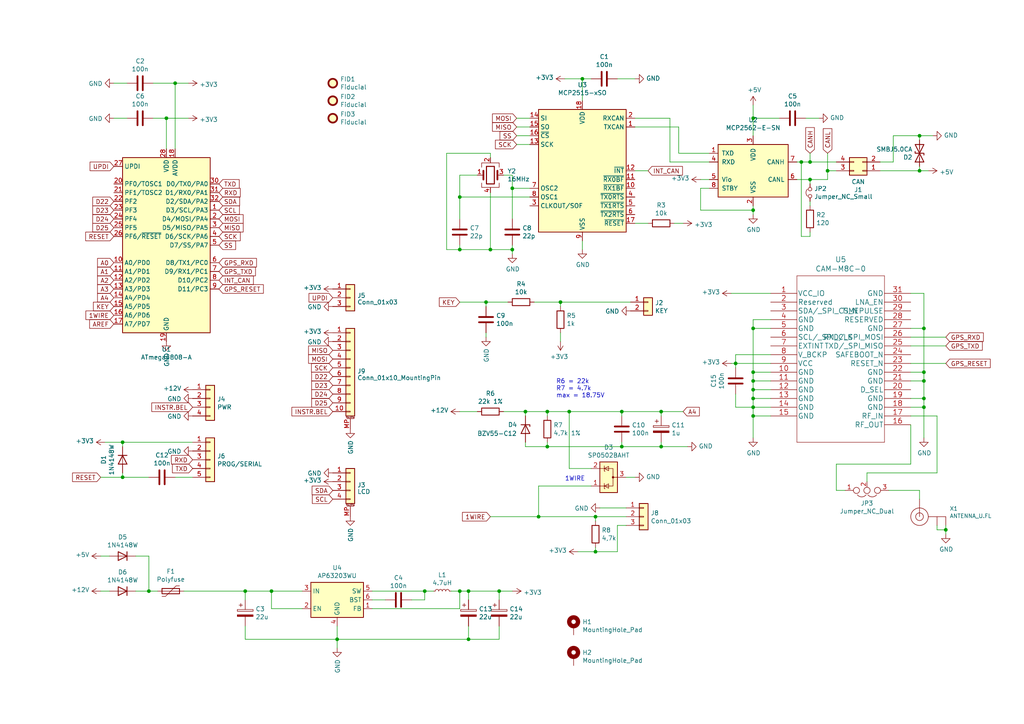
<source format=kicad_sch>
(kicad_sch (version 20230121) (generator eeschema)
  (paper "A4")
  (title_block (title "CAN Display") (date "2021-03-12") (rev "0.5.1") (company "fiz-o-matic"))
  (junction (at 191.77 119.38))
  (junction (at 218.44 34.29))
  (junction (at 165.1 119.38))
  (junction (at 97.79 185.42))
  (junction (at 218.44 60.96))
  (junction (at 144.78 171.45))
  (junction (at 267.97 107.95))
  (junction (at 158.75 129.54))
  (junction (at 191.77 129.54))
  (junction (at 168.91 22.86))
  (junction (at 148.59 72.39))
  (junction (at 274.32 153.67))
  (junction (at 234.95 52.07))
  (junction (at 123.19 171.45))
  (junction (at 135.89 185.42))
  (junction (at 218.44 115.57))
  (junction (at 267.97 118.11))
  (junction (at 218.44 95.25))
  (junction (at 135.89 171.45))
  (junction (at 133.35 72.39))
  (junction (at 43.18 171.45))
  (junction (at 162.56 87.63))
  (junction (at 35.56 128.27))
  (junction (at 71.12 171.45))
  (junction (at 267.97 95.25))
  (junction (at 218.44 107.95))
  (junction (at 152.4 119.38))
  (junction (at 267.97 110.49))
  (junction (at 156.21 149.86))
  (junction (at 142.24 72.39))
  (junction (at 48.26 34.29))
  (junction (at 133.35 171.45))
  (junction (at 78.74 171.45))
  (junction (at 213.36 105.41))
  (junction (at 172.72 160.02))
  (junction (at 266.7 39.37))
  (junction (at 50.8 24.13))
  (junction (at 180.34 119.38))
  (junction (at 158.75 119.38))
  (junction (at 133.35 57.15))
  (junction (at 232.41 46.99))
  (junction (at 180.34 129.54))
  (junction (at 218.44 113.03))
  (junction (at 172.72 149.86))
  (junction (at 148.59 54.61))
  (junction (at 234.95 46.99))
  (junction (at 240.03 49.53))
  (junction (at 218.44 110.49))
  (junction (at 218.44 120.65))
  (junction (at 267.97 115.57))
  (junction (at 140.97 87.63))
  (junction (at 218.44 118.11))
  (junction (at 35.56 138.43))
  (junction (at 266.7 49.53))
  (wire (pts (xy 196.85 44.45) (xy 205.74 44.45)))
  (wire (pts (xy 29.21 161.29) (xy 31.75 161.29)))
  (wire (pts (xy 35.56 137.16) (xy 35.56 138.43)))
  (wire (pts (xy 142.24 55.88) (xy 142.24 72.39)))
  (wire (pts (xy 148.59 50.8) (xy 148.59 54.61)))
  (wire (pts (xy 257.81 142.24) (xy 266.7 142.24)))
  (wire (pts (xy 234.95 46.99) (xy 242.57 46.99)))
  (wire (pts (xy 97.79 185.42) (xy 135.89 185.42)))
  (wire (pts (xy 133.35 176.53) (xy 133.35 171.45)))
  (wire (pts (xy 142.24 149.86) (xy 156.21 149.86)))
  (wire (pts (xy 35.56 138.43) (xy 43.18 138.43)))
  (wire (pts (xy 259.08 46.99) (xy 259.08 39.37)))
  (wire (pts (xy 267.97 110.49) (xy 267.97 115.57)))
  (wire (pts (xy 264.16 110.49) (xy 267.97 110.49)))
  (wire (pts (xy 271.78 153.67) (xy 274.32 153.67)))
  (wire (pts (xy 156.21 149.86) (xy 156.21 140.97)))
  (wire (pts (xy 163.83 22.86) (xy 168.91 22.86)))
  (wire (pts (xy 149.86 41.91) (xy 153.67 41.91)))
  (wire (pts (xy 123.19 173.99) (xy 123.19 171.45)))
  (wire (pts (xy 162.56 96.52) (xy 162.56 99.06)))
  (wire (pts (xy 264.16 118.11) (xy 267.97 118.11)))
  (wire (pts (xy 133.35 57.15) (xy 153.67 57.15)))
  (wire (pts (xy 149.86 39.37) (xy 153.67 39.37)))
  (wire (pts (xy 203.2 60.96) (xy 218.44 60.96)))
  (wire (pts (xy 259.08 39.37) (xy 266.7 39.37)))
  (wire (pts (xy 271.78 137.16) (xy 271.78 120.65)))
  (wire (pts (xy 172.72 149.86) (xy 181.61 149.86)))
  (wire (pts (xy 213.36 105.41) (xy 213.36 106.68)))
  (wire (pts (xy 172.72 151.13) (xy 172.72 149.86)))
  (wire (pts (xy 213.36 114.3) (xy 213.36 118.11)))
  (wire (pts (xy 152.4 120.65) (xy 152.4 119.38)))
  (wire (pts (xy 271.78 120.65) (xy 264.16 120.65)))
  (wire (pts (xy 154.94 87.63) (xy 162.56 87.63)))
  (wire (pts (xy 144.78 185.42) (xy 144.78 181.61)))
  (wire (pts (xy 133.35 119.38) (xy 138.43 119.38)))
  (wire (pts (xy 242.57 134.62) (xy 242.57 142.24)))
  (wire (pts (xy 165.1 135.89) (xy 171.45 135.89)))
  (wire (pts (xy 266.7 40.64) (xy 266.7 39.37)))
  (wire (pts (xy 195.58 64.77) (xy 198.12 64.77)))
  (wire (pts (xy 30.48 128.27) (xy 35.56 128.27)))
  (wire (pts (xy 44.45 24.13) (xy 50.8 24.13)))
  (wire (pts (xy 142.24 44.45) (xy 129.54 44.45)))
  (wire (pts (xy 213.36 105.41) (xy 212.09 105.41)))
  (wire (pts (xy 218.44 92.71) (xy 218.44 95.25)))
  (wire (pts (xy 264.16 123.19) (xy 264.16 134.62)))
  (wire (pts (xy 158.75 120.65) (xy 158.75 119.38)))
  (wire (pts (xy 71.12 171.45) (xy 78.74 171.45)))
  (wire (pts (xy 148.59 54.61) (xy 153.67 54.61)))
  (wire (pts (xy 269.24 49.53) (xy 266.7 49.53)))
  (wire (pts (xy 39.37 171.45) (xy 43.18 171.45)))
  (wire (pts (xy 148.59 63.5) (xy 148.59 54.61)))
  (wire (pts (xy 267.97 118.11) (xy 267.97 127)))
  (wire (pts (xy 264.16 115.57) (xy 267.97 115.57)))
  (wire (pts (xy 203.2 52.07) (xy 205.74 52.07)))
  (wire (pts (xy 223.52 120.65) (xy 218.44 120.65)))
  (wire (pts (xy 233.68 34.29) (xy 237.49 34.29)))
  (wire (pts (xy 213.36 102.87) (xy 223.52 102.87)))
  (wire (pts (xy 218.44 107.95) (xy 218.44 110.49)))
  (wire (pts (xy 191.77 119.38) (xy 198.12 119.38)))
  (wire (pts (xy 50.8 24.13) (xy 50.8 43.18)))
  (wire (pts (xy 274.32 152.4) (xy 274.32 153.67)))
  (wire (pts (xy 218.44 120.65) (xy 218.44 127)))
  (wire (pts (xy 33.02 24.13) (xy 36.83 24.13)))
  (wire (pts (xy 78.74 176.53) (xy 78.74 171.45)))
  (wire (pts (xy 50.8 138.43) (xy 55.88 138.43)))
  (wire (pts (xy 156.21 149.86) (xy 172.72 149.86)))
  (wire (pts (xy 234.95 68.58) (xy 234.95 67.31)))
  (wire (pts (xy 172.72 158.75) (xy 172.72 160.02)))
  (wire (pts (xy 146.05 50.8) (xy 148.59 50.8)))
  (wire (pts (xy 148.59 72.39) (xy 148.59 73.66)))
  (wire (pts (xy 184.15 49.53) (xy 187.96 49.53)))
  (wire (pts (xy 194.31 46.99) (xy 205.74 46.99)))
  (wire (pts (xy 172.72 160.02) (xy 179.07 160.02)))
  (wire (pts (xy 203.2 54.61) (xy 203.2 60.96)))
  (wire (pts (xy 71.12 171.45) (xy 71.12 173.99)))
  (wire (pts (xy 129.54 72.39) (xy 133.35 72.39)))
  (wire (pts (xy 223.52 105.41) (xy 213.36 105.41)))
  (wire (pts (xy 133.35 63.5) (xy 133.35 57.15)))
  (wire (pts (xy 167.64 160.02) (xy 172.72 160.02)))
  (wire (pts (xy 223.52 118.11) (xy 218.44 118.11)))
  (wire (pts (xy 232.41 46.99) (xy 234.95 46.99)))
  (wire (pts (xy 218.44 113.03) (xy 218.44 115.57)))
  (wire (pts (xy 251.46 139.7) (xy 251.46 137.16)))
  (wire (pts (xy 264.16 95.25) (xy 267.97 95.25)))
  (wire (pts (xy 194.31 34.29) (xy 194.31 46.99)))
  (wire (pts (xy 133.35 171.45) (xy 130.81 171.45)))
  (wire (pts (xy 264.16 134.62) (xy 242.57 134.62)))
  (wire (pts (xy 35.56 128.27) (xy 55.88 128.27)))
  (wire (pts (xy 168.91 69.85) (xy 168.91 72.39)))
  (wire (pts (xy 184.15 64.77) (xy 187.96 64.77)))
  (wire (pts (xy 149.86 36.83) (xy 153.67 36.83)))
  (wire (pts (xy 133.35 171.45) (xy 135.89 171.45)))
  (wire (pts (xy 232.41 46.99) (xy 232.41 68.58)))
  (wire (pts (xy 218.44 95.25) (xy 218.44 107.95)))
  (wire (pts (xy 240.03 52.07) (xy 240.03 49.53)))
  (wire (pts (xy 180.34 128.27) (xy 180.34 129.54)))
  (wire (pts (xy 152.4 128.27) (xy 152.4 129.54)))
  (wire (pts (xy 242.57 142.24) (xy 245.11 142.24)))
  (wire (pts (xy 158.75 128.27) (xy 158.75 129.54)))
  (wire (pts (xy 48.26 34.29) (xy 54.61 34.29)))
  (wire (pts (xy 97.79 185.42) (xy 97.79 187.96)))
  (wire (pts (xy 44.45 34.29) (xy 48.26 34.29)))
  (wire (pts (xy 234.95 59.69) (xy 234.95 58.42)))
  (wire (pts (xy 158.75 129.54) (xy 180.34 129.54)))
  (wire (pts (xy 180.34 120.65) (xy 180.34 119.38)))
  (wire (pts (xy 179.07 22.86) (xy 184.15 22.86)))
  (wire (pts (xy 180.34 119.38) (xy 191.77 119.38)))
  (wire (pts (xy 39.37 161.29) (xy 43.18 161.29)))
  (wire (pts (xy 223.52 115.57) (xy 218.44 115.57)))
  (wire (pts (xy 162.56 88.9) (xy 162.56 87.63)))
  (wire (pts (xy 135.89 181.61) (xy 135.89 185.42)))
  (wire (pts (xy 191.77 120.65) (xy 191.77 119.38)))
  (wire (pts (xy 140.97 88.9) (xy 140.97 87.63)))
  (wire (pts (xy 152.4 129.54) (xy 158.75 129.54)))
  (wire (pts (xy 173.99 147.32) (xy 181.61 147.32)))
  (wire (pts (xy 168.91 29.21) (xy 168.91 22.86)))
  (wire (pts (xy 158.75 119.38) (xy 165.1 119.38)))
  (wire (pts (xy 266.7 39.37) (xy 270.51 39.37)))
  (wire (pts (xy 212.09 85.09) (xy 223.52 85.09)))
  (wire (pts (xy 266.7 48.26) (xy 266.7 49.53)))
  (wire (pts (xy 266.7 142.24) (xy 266.7 144.78)))
  (wire (pts (xy 142.24 72.39) (xy 148.59 72.39)))
  (wire (pts (xy 205.74 54.61) (xy 203.2 54.61)))
  (wire (pts (xy 234.95 52.07) (xy 240.03 52.07)))
  (wire (pts (xy 171.45 22.86) (xy 168.91 22.86)))
  (wire (pts (xy 223.52 113.03) (xy 218.44 113.03)))
  (wire (pts (xy 107.95 173.99) (xy 111.76 173.99)))
  (wire (pts (xy 240.03 44.45) (xy 240.03 49.53)))
  (wire (pts (xy 218.44 30.48) (xy 218.44 34.29)))
  (wire (pts (xy 53.34 171.45) (xy 71.12 171.45)))
  (wire (pts (xy 231.14 52.07) (xy 234.95 52.07)))
  (wire (pts (xy 196.85 36.83) (xy 196.85 44.45)))
  (wire (pts (xy 107.95 176.53) (xy 133.35 176.53)))
  (wire (pts (xy 162.56 87.63) (xy 182.88 87.63)))
  (wire (pts (xy 33.02 34.29) (xy 36.83 34.29)))
  (wire (pts (xy 152.4 119.38) (xy 158.75 119.38)))
  (wire (pts (xy 264.16 85.09) (xy 267.97 85.09)))
  (wire (pts (xy 135.89 171.45) (xy 144.78 171.45)))
  (wire (pts (xy 78.74 171.45) (xy 87.63 171.45)))
  (wire (pts (xy 29.21 138.43) (xy 35.56 138.43)))
  (wire (pts (xy 223.52 107.95) (xy 218.44 107.95)))
  (wire (pts (xy 133.35 87.63) (xy 140.97 87.63)))
  (wire (pts (xy 267.97 107.95) (xy 267.97 110.49)))
  (wire (pts (xy 213.36 118.11) (xy 218.44 118.11)))
  (wire (pts (xy 43.18 171.45) (xy 45.72 171.45)))
  (wire (pts (xy 218.44 60.96) (xy 218.44 62.23)))
  (wire (pts (xy 180.34 129.54) (xy 191.77 129.54)))
  (wire (pts (xy 274.32 100.33) (xy 264.16 100.33)))
  (wire (pts (xy 218.44 110.49) (xy 218.44 113.03)))
  (wire (pts (xy 232.41 68.58) (xy 234.95 68.58)))
  (wire (pts (xy 184.15 36.83) (xy 196.85 36.83)))
  (wire (pts (xy 129.54 44.45) (xy 129.54 72.39)))
  (wire (pts (xy 267.97 85.09) (xy 267.97 95.25)))
  (wire (pts (xy 142.24 45.72) (xy 142.24 44.45)))
  (wire (pts (xy 123.19 171.45) (xy 125.73 171.45)))
  (wire (pts (xy 71.12 181.61) (xy 71.12 185.42)))
  (wire (pts (xy 181.61 138.43) (xy 184.15 138.43)))
  (wire (pts (xy 107.95 171.45) (xy 123.19 171.45)))
  (wire (pts (xy 255.27 46.99) (xy 259.08 46.99)))
  (wire (pts (xy 35.56 129.54) (xy 35.56 128.27)))
  (wire (pts (xy 271.78 152.4) (xy 271.78 153.67)))
  (wire (pts (xy 213.36 105.41) (xy 213.36 102.87)))
  (wire (pts (xy 87.63 176.53) (xy 78.74 176.53)))
  (wire (pts (xy 267.97 115.57) (xy 267.97 118.11)))
  (wire (pts (xy 234.95 44.45) (xy 234.95 46.99)))
  (wire (pts (xy 119.38 173.99) (xy 123.19 173.99)))
  (wire (pts (xy 165.1 119.38) (xy 180.34 119.38)))
  (wire (pts (xy 144.78 171.45) (xy 148.59 171.45)))
  (wire (pts (xy 140.97 87.63) (xy 147.32 87.63)))
  (wire (pts (xy 240.03 49.53) (xy 242.57 49.53)))
  (wire (pts (xy 140.97 96.52) (xy 140.97 97.79)))
  (wire (pts (xy 191.77 129.54) (xy 199.39 129.54)))
  (wire (pts (xy 179.07 160.02) (xy 179.07 152.4)))
  (wire (pts (xy 146.05 119.38) (xy 152.4 119.38)))
  (wire (pts (xy 274.32 97.79) (xy 264.16 97.79)))
  (wire (pts (xy 251.46 137.16) (xy 271.78 137.16)))
  (wire (pts (xy 71.12 185.42) (xy 97.79 185.42)))
  (wire (pts (xy 156.21 140.97) (xy 171.45 140.97)))
  (wire (pts (xy 218.44 118.11) (xy 218.44 120.65)))
  (wire (pts (xy 264.16 107.95) (xy 267.97 107.95)))
  (wire (pts (xy 223.52 110.49) (xy 218.44 110.49)))
  (wire (pts (xy 48.26 34.29) (xy 48.26 43.18)))
  (wire (pts (xy 138.43 50.8) (xy 133.35 50.8)))
  (wire (pts (xy 135.89 171.45) (xy 135.89 173.99)))
  (wire (pts (xy 274.32 153.67) (xy 274.32 154.94)))
  (wire (pts (xy 133.35 50.8) (xy 133.35 57.15)))
  (wire (pts (xy 274.32 105.41) (xy 264.16 105.41)))
  (wire (pts (xy 144.78 171.45) (xy 144.78 173.99)))
  (wire (pts (xy 223.52 95.25) (xy 218.44 95.25)))
  (wire (pts (xy 149.86 34.29) (xy 153.67 34.29)))
  (wire (pts (xy 191.77 128.27) (xy 191.77 129.54)))
  (wire (pts (xy 255.27 49.53) (xy 266.7 49.53)))
  (wire (pts (xy 218.44 59.69) (xy 218.44 60.96)))
  (wire (pts (xy 218.44 115.57) (xy 218.44 118.11)))
  (wire (pts (xy 97.79 181.61) (xy 97.79 185.42)))
  (wire (pts (xy 231.14 46.99) (xy 232.41 46.99)))
  (wire (pts (xy 43.18 161.29) (xy 43.18 171.45)))
  (wire (pts (xy 148.59 71.12) (xy 148.59 72.39)))
  (wire (pts (xy 223.52 92.71) (xy 218.44 92.71)))
  (wire (pts (xy 135.89 185.42) (xy 144.78 185.42)))
  (wire (pts (xy 165.1 119.38) (xy 165.1 135.89)))
  (wire (pts (xy 234.95 53.34) (xy 234.95 52.07)))
  (wire (pts (xy 50.8 24.13) (xy 54.61 24.13)))
  (wire (pts (xy 218.44 34.29) (xy 218.44 39.37)))
  (wire (pts (xy 133.35 72.39) (xy 142.24 72.39)))
  (wire (pts (xy 133.35 71.12) (xy 133.35 72.39)))
  (wire (pts (xy 29.21 171.45) (xy 31.75 171.45)))
  (wire (pts (xy 267.97 95.25) (xy 267.97 107.95)))
  (wire (pts (xy 226.06 34.29) (xy 218.44 34.29)))
  (wire (pts (xy 179.07 152.4) (xy 181.61 152.4)))
  (wire (pts (xy 184.15 34.29) (xy 194.31 34.29)))
  (text "1WIRE" (at 163.83 139.7 0) (effects (font (size 1.27 1.27)) (justify left bottom)))
  (text "R6 = 22k\nR7 = 4.7k\nmax = 18.75V" (at 161.29 115.57 0) (effects (font (size 1.27 1.27)) (justify left bottom)))
  (global_label "1WIRE" (shape input) (at 142.24 149.86 180) (property "Intersheetrefs" "${INTERSHEET_REFS}" (effects hide)))
  (global_label "MISO" (shape input) (at 149.86 36.83 180) (property "Intersheetrefs" "${INTERSHEET_REFS}" (effects hide)))
  (global_label "MISO" (shape input) (at 96.52 101.6 180) (property "Intersheetrefs" "${INTERSHEET_REFS}" (effects hide)))
  (global_label "RXD" (shape input) (at 63.5 55.88 0) (property "Intersheetrefs" "${INTERSHEET_REFS}" (effects hide)))
  (global_label "UPDI" (shape input) (at 33.02 48.26 180) (property "Intersheetrefs" "${INTERSHEET_REFS}" (effects hide)))
  (global_label "KEY" (shape input) (at 133.35 87.63 180) (property "Intersheetrefs" "${INTERSHEET_REFS}" (effects hide)))
  (global_label "INT_CAN" (shape input) (at 63.5 81.28 0) (property "Intersheetrefs" "${INTERSHEET_REFS}" (effects hide)))
  (global_label "TXD" (shape input) (at 55.88 135.89 180) (property "Intersheetrefs" "${INTERSHEET_REFS}" (effects hide)))
  (global_label "RESET" (shape input) (at 33.02 68.58 180) (property "Intersheetrefs" "${INTERSHEET_REFS}" (effects hide)))
  (global_label "INSTR.BEL" (shape input) (at 96.52 119.38 180) (property "Intersheetrefs" "${INTERSHEET_REFS}" (effects hide)))
  (global_label "A4" (shape input) (at 198.12 119.38 0) (property "Intersheetrefs" "${INTERSHEET_REFS}" (effects hide)))
  (global_label "AREF" (shape input) (at 33.02 93.98 180) (property "Intersheetrefs" "${INTERSHEET_REFS}" (effects hide)))
  (global_label "D23" (shape input) (at 96.52 111.76 180) (property "Intersheetrefs" "${INTERSHEET_REFS}" (effects hide)))
  (global_label "SS" (shape input) (at 149.86 39.37 180) (property "Intersheetrefs" "${INTERSHEET_REFS}" (effects hide)))
  (global_label "MOSI" (shape input) (at 96.52 104.14 180) (property "Intersheetrefs" "${INTERSHEET_REFS}" (effects hide)))
  (global_label "D25" (shape input) (at 96.52 116.84 180) (property "Intersheetrefs" "${INTERSHEET_REFS}" (effects hide)))
  (global_label "A0" (shape input) (at 33.02 76.2 180) (property "Intersheetrefs" "${INTERSHEET_REFS}" (effects hide)))
  (global_label "MISO" (shape input) (at 63.5 66.04 0) (property "Intersheetrefs" "${INTERSHEET_REFS}" (effects hide)))
  (global_label "SCL" (shape input) (at 96.52 144.78 180) (property "Intersheetrefs" "${INTERSHEET_REFS}" (effects hide)))
  (global_label "A4" (shape input) (at 33.02 86.36 180) (property "Intersheetrefs" "${INTERSHEET_REFS}" (effects hide)))
  (global_label "D24" (shape input) (at 33.02 63.5 180) (property "Intersheetrefs" "${INTERSHEET_REFS}" (effects hide)))
  (global_label "D24" (shape input) (at 96.52 114.3 180) (property "Intersheetrefs" "${INTERSHEET_REFS}" (effects hide)))
  (global_label "SDA" (shape input) (at 63.5 58.42 0) (property "Intersheetrefs" "${INTERSHEET_REFS}" (effects hide)))
  (global_label "INT_CAN" (shape input) (at 187.96 49.53 0) (property "Intersheetrefs" "${INTERSHEET_REFS}" (effects hide)))
  (global_label "1WIRE" (shape input) (at 33.02 91.44 180) (property "Intersheetrefs" "${INTERSHEET_REFS}" (effects hide)))
  (global_label "SCL" (shape input) (at 63.5 60.96 0) (property "Intersheetrefs" "${INTERSHEET_REFS}" (effects hide)))
  (global_label "A3" (shape input) (at 33.02 83.82 180) (property "Intersheetrefs" "${INTERSHEET_REFS}" (effects hide)))
  (global_label "MOSI" (shape input) (at 149.86 34.29 180) (property "Intersheetrefs" "${INTERSHEET_REFS}" (effects hide)))
  (global_label "SCK" (shape input) (at 63.5 68.58 0) (property "Intersheetrefs" "${INTERSHEET_REFS}" (effects hide)))
  (global_label "SS" (shape input) (at 63.5 71.12 0) (property "Intersheetrefs" "${INTERSHEET_REFS}" (effects hide)))
  (global_label "UPDI" (shape input) (at 96.52 86.36 180) (property "Intersheetrefs" "${INTERSHEET_REFS}" (effects hide)))
  (global_label "SCK" (shape input) (at 149.86 41.91 180) (property "Intersheetrefs" "${INTERSHEET_REFS}" (effects hide)))
  (global_label "GPS_RXD" (shape input) (at 63.5 76.2 0) (property "Intersheetrefs" "${INTERSHEET_REFS}" (effects hide)))
  (global_label "D22" (shape input) (at 33.02 58.42 180) (property "Intersheetrefs" "${INTERSHEET_REFS}" (effects hide)))
  (global_label "CANL" (shape input) (at 240.03 44.45 90) (property "Intersheetrefs" "${INTERSHEET_REFS}" (effects hide)))
  (global_label "D22" (shape input) (at 96.52 109.22 180) (property "Intersheetrefs" "${INTERSHEET_REFS}" (effects hide)))
  (global_label "GPS_RESET" (shape input) (at 274.32 105.41 0) (property "Intersheetrefs" "${INTERSHEET_REFS}" (effects hide)))
  (global_label "RESET" (shape input) (at 29.21 138.43 180) (property "Intersheetrefs" "${INTERSHEET_REFS}" (effects hide)))
  (global_label "GPS_RESET" (shape input) (at 63.5 83.82 0) (property "Intersheetrefs" "${INTERSHEET_REFS}" (effects hide)))
  (global_label "TXD" (shape input) (at 63.5 53.34 0) (property "Intersheetrefs" "${INTERSHEET_REFS}" (effects hide)))
  (global_label "GPS_TXD" (shape input) (at 274.32 100.33 0) (property "Intersheetrefs" "${INTERSHEET_REFS}" (effects hide)))
  (global_label "SCK" (shape input) (at 96.52 106.68 180) (property "Intersheetrefs" "${INTERSHEET_REFS}" (effects hide)))
  (global_label "A1" (shape input) (at 33.02 78.74 180) (property "Intersheetrefs" "${INTERSHEET_REFS}" (effects hide)))
  (global_label "GPS_TXD" (shape input) (at 63.5 78.74 0) (property "Intersheetrefs" "${INTERSHEET_REFS}" (effects hide)))
  (global_label "CANH" (shape input) (at 234.95 44.45 90) (property "Intersheetrefs" "${INTERSHEET_REFS}" (effects hide)))
  (global_label "D23" (shape input) (at 33.02 60.96 180) (property "Intersheetrefs" "${INTERSHEET_REFS}" (effects hide)))
  (global_label "KEY" (shape input) (at 33.02 88.9 180) (property "Intersheetrefs" "${INTERSHEET_REFS}" (effects hide)))
  (global_label "RXD" (shape input) (at 55.88 133.35 180) (property "Intersheetrefs" "${INTERSHEET_REFS}" (effects hide)))
  (global_label "GPS_RXD" (shape input) (at 274.32 97.79 0) (property "Intersheetrefs" "${INTERSHEET_REFS}" (effects hide)))
  (global_label "D25" (shape input) (at 33.02 66.04 180) (property "Intersheetrefs" "${INTERSHEET_REFS}" (effects hide)))
  (global_label "MOSI" (shape input) (at 63.5 63.5 0) (property "Intersheetrefs" "${INTERSHEET_REFS}" (effects hide)))
  (global_label "A2" (shape input) (at 33.02 81.28 180) (property "Intersheetrefs" "${INTERSHEET_REFS}" (effects hide)))
  (global_label "INSTR.BEL" (shape input) (at 55.88 118.11 180) (property "Intersheetrefs" "${INTERSHEET_REFS}" (effects hide)))
  (global_label "SDA" (shape input) (at 96.52 142.24 180) (property "Intersheetrefs" "${INTERSHEET_REFS}" (effects hide)))
  (symbol (lib_id "Device:C") (at 148.59 67.31 0) (unit 1)
    (property "Reference" "C8" (at 151.511 66.1416 0) (effects (justify left)))
    (property "Value" "22p" (at 151.511 68.453 0) (effects (justify left)))
    (property "Footprint" "Capacitor_SMD:C_0805_2012Metric_Pad1.18x1.45mm_HandSolder" (effects hide))
  )
  (symbol (lib_id "Device:C") (at 133.35 67.31 0) (unit 1)
    (property "Reference" "C7" (at 136.271 66.1416 0) (effects (justify left)))
    (property "Value" "22p" (at 136.271 68.453 0) (effects (justify left)))
    (property "Footprint" "Capacitor_SMD:C_0805_2012Metric_Pad1.18x1.45mm_HandSolder" (effects hide))
  )
  (symbol (lib_id "power:+5V") (at 218.44 30.48 0) (unit 1)
    (property "Reference" "#PWR09" (effects hide))
    (property "Value" "+5V" (at 218.821 26.0858 0))
  )
  (symbol (lib_id "power:GND") (at 218.44 62.23 0) (unit 1)
    (property "Reference" "#PWR017" (effects hide))
    (property "Value" "GND" (at 218.567 66.6242 0))
  )
  (symbol (lib_id "power:GND") (at 168.91 72.39 0) (unit 1)
    (property "Reference" "#PWR019" (effects hide))
    (property "Value" "GND" (at 169.037 76.7842 0))
  )
  (symbol (lib_id "power:GND") (at 148.59 73.66 0) (unit 1)
    (property "Reference" "#PWR020" (effects hide))
    (property "Value" "GND" (at 148.717 78.0542 0))
  )
  (symbol (lib_id "Device:R") (at 234.95 63.5 0) (unit 1)
    (property "Reference" "R2" (at 236.728 62.3316 0) (effects (justify left)))
    (property "Value" "120" (at 236.728 64.643 0) (effects (justify left)))
    (property "Footprint" "Resistor_SMD:R_0805_2012Metric_Pad1.20x1.40mm_HandSolder" (effects hide))
  )
  (symbol (lib_id "SmartDisplay-rescue:Jumper_NC_Small-Device") (at 234.95 55.88 90) (unit 1)
    (property "Reference" "JP2" (at 236.1438 54.7116 90) (effects (justify right)))
    (property "Value" "Jumper_NC_Small" (at 236.1438 57.023 90) (effects (justify right)))
    (property "Footprint" "Jumper:SolderJumper-2_P1.3mm_Open_RoundedPad1.0x1.5mm" (effects hide))
  )
  (symbol (lib_id "Device:C") (at 46.99 138.43 270) (unit 1)
    (property "Reference" "C12" (at 46.99 132.0292 90))
    (property "Value" "100n" (at 46.99 134.3406 90))
    (property "Footprint" "Capacitor_SMD:C_0805_2012Metric_Pad1.18x1.45mm_HandSolder" (effects hide))
    (property "Preis" "0,02" (effects hide))
  )
  (symbol (lib_id "power:+5V") (at 269.24 49.53 270) (unit 1)
    (property "Reference" "#PWR015" (effects hide))
    (property "Value" "+5V" (at 272.4912 49.911 90) (effects (justify left)))
  )
  (symbol (lib_id "power:+12V") (at 55.88 113.03 90) (unit 1)
    (property "Reference" "#PWR025" (effects hide))
    (property "Value" "+12V" (at 52.6288 112.649 90) (effects (justify left)))
  )
  (symbol (lib_id "Device:C") (at 229.87 34.29 270) (unit 1)
    (property "Reference" "C5" (at 229.87 27.8892 90))
    (property "Value" "100n" (at 229.87 30.2006 90))
    (property "Footprint" "Capacitor_SMD:C_0805_2012Metric_Pad1.18x1.45mm_HandSolder" (effects hide))
    (property "Preis" "0,02" (effects hide))
  )
  (symbol (lib_id "Device:C") (at 175.26 22.86 270) (unit 1)
    (property "Reference" "C1" (at 175.26 16.4592 90))
    (property "Value" "100n" (at 175.26 18.7706 90))
    (property "Footprint" "Capacitor_SMD:C_0805_2012Metric_Pad1.18x1.45mm_HandSolder" (effects hide))
    (property "Preis" "0,02" (effects hide))
  )
  (symbol (lib_id "Device:C") (at 40.64 34.29 270) (unit 1)
    (property "Reference" "C6" (at 40.64 27.8892 90))
    (property "Value" "100n" (at 40.64 30.2006 90))
    (property "Footprint" "Capacitor_SMD:C_0805_2012Metric_Pad1.18x1.45mm_HandSolder" (effects hide))
    (property "Preis" "0,02" (effects hide))
  )
  (symbol (lib_id "power:GND") (at 48.26 99.06 0) (unit 1)
    (property "Reference" "#PWR012" (effects hide))
    (property "Value" "GND" (at 48.387 102.3112 90) (effects (justify right)))
  )
  (symbol (lib_id "power:GND") (at 184.15 22.86 90) (unit 1)
    (property "Reference" "#PWR08" (effects hide))
    (property "Value" "GND" (at 187.4012 22.733 90) (effects (justify right)))
  )
  (symbol (lib_id "power:GND") (at 237.49 34.29 90) (unit 1)
    (property "Reference" "#PWR011" (effects hide))
    (property "Value" "GND" (at 240.7412 34.163 90) (effects (justify right)))
  )
  (symbol (lib_id "power:GND") (at 55.88 120.65 270) (unit 1)
    (property "Reference" "#PWR029" (effects hide))
    (property "Value" "GND" (at 52.6288 120.777 90) (effects (justify right)))
  )
  (symbol (lib_id "Connector_Generic:Conn_02x02_Top_Bottom") (at 250.19 49.53 180) (unit 1)
    (property "Reference" "J1" (at 248.92 55.0418 0))
    (property "Value" "CAN" (at 248.92 52.7304 0))
    (property "Footprint" "Connector_Molex:Molex_Micro-Fit_3.0_43045-0412_2x02_P3.00mm_Vertical" (effects hide))
  )
  (symbol (lib_id "power:GND") (at 173.99 147.32 270) (unit 1)
    (property "Reference" "#PWR039" (effects hide))
    (property "Value" "GND" (at 170.7388 147.447 90) (effects (justify right)))
  )
  (symbol (lib_id "Device:R") (at 172.72 154.94 0) (unit 1)
    (property "Reference" "R8" (at 174.498 153.7716 0) (effects (justify left)))
    (property "Value" "4,7k" (at 174.498 156.083 0) (effects (justify left)))
    (property "Footprint" "Resistor_SMD:R_0805_2012Metric_Pad1.20x1.40mm_HandSolder" (effects hide))
  )
  (symbol (lib_id "Interface_CAN_LIN:MCP2562-E-SN") (at 218.44 49.53 0) (unit 1)
    (property "Reference" "U2" (at 218.44 34.7726 0))
    (property "Value" "MCP2562-E-SN" (at 218.44 37.084 0))
    (property "Footprint" "Package_SO:SOIC-8_3.9x4.9mm_P1.27mm" (effects hide))
    (property "Datasheet" "http://ww1.microchip.com/downloads/en/DeviceDoc/25167A.pdf" (effects hide))
    (property "Preis" "1,2" (effects hide))
  )
  (symbol (lib_id "Device:R") (at 191.77 64.77 270) (unit 1)
    (property "Reference" "R3" (at 191.77 59.5122 90))
    (property "Value" "10k" (at 191.77 61.8236 90))
    (property "Footprint" "Resistor_SMD:R_0805_2012Metric_Pad1.20x1.40mm_HandSolder" (effects hide))
  )
  (symbol (lib_id "Mechanical:MountingHole_Pad") (at 166.37 181.61 0) (unit 1)
    (property "Reference" "H1" (at 168.91 180.3654 0) (effects (justify left)))
    (property "Value" "MountingHole_Pad" (at 168.91 182.6768 0) (effects (justify left)))
    (property "Footprint" "MountingHole:MountingHole_3.2mm_M3_Pad_Via" (effects hide))
  )
  (symbol (lib_id "Mechanical:MountingHole_Pad") (at 166.37 190.5 0) (unit 1)
    (property "Reference" "H2" (at 168.91 189.2554 0) (effects (justify left)))
    (property "Value" "MountingHole_Pad" (at 168.91 191.5668 0) (effects (justify left)))
    (property "Footprint" "MountingHole:MountingHole_3.2mm_M3_Pad_Via" (effects hide))
  )
  (symbol (lib_id "Device:C") (at 140.97 92.71 0) (unit 1)
    (property "Reference" "C9" (at 143.891 91.5416 0) (effects (justify left)))
    (property "Value" "100n" (at 143.891 93.853 0) (effects (justify left)))
    (property "Footprint" "Capacitor_SMD:C_0805_2012Metric_Pad1.18x1.45mm_HandSolder" (effects hide))
    (property "Preis" "0,02" (effects hide))
  )
  (symbol (lib_id "Device:R") (at 151.13 87.63 270) (unit 1)
    (property "Reference" "R4" (at 151.13 82.3722 90))
    (property "Value" "10k" (at 151.13 84.6836 90))
    (property "Footprint" "Resistor_SMD:R_0805_2012Metric_Pad1.20x1.40mm_HandSolder" (effects hide))
  )
  (symbol (lib_id "Device:R") (at 162.56 92.71 0) (unit 1)
    (property "Reference" "R5" (at 164.338 91.5416 0) (effects (justify left)))
    (property "Value" "1k" (at 164.338 93.853 0) (effects (justify left)))
    (property "Footprint" "Resistor_SMD:R_0805_2012Metric_Pad1.20x1.40mm_HandSolder" (effects hide))
  )
  (symbol (lib_id "power:GND") (at 140.97 97.79 0) (unit 1)
    (property "Reference" "#PWR022" (effects hide))
    (property "Value" "GND" (at 141.097 101.0412 90) (effects (justify right)))
  )
  (symbol (lib_id "Device:R") (at 142.24 119.38 270) (unit 1)
    (property "Reference" "R6" (at 142.24 114.1222 90))
    (property "Value" "22k 1%" (at 142.24 116.4336 90))
    (property "Footprint" "Resistor_SMD:R_0805_2012Metric_Pad1.20x1.40mm_HandSolder" (effects hide))
  )
  (symbol (lib_id "Device:R") (at 158.75 124.46 0) (unit 1)
    (property "Reference" "R7" (at 160.528 123.2916 0) (effects (justify left)))
    (property "Value" "4,7k 1%" (at 160.528 125.603 0) (effects (justify left)))
    (property "Footprint" "Resistor_SMD:R_0805_2012Metric_Pad1.20x1.40mm_HandSolder" (effects hide))
  )
  (symbol (lib_id "Device:C") (at 180.34 124.46 0) (unit 1)
    (property "Reference" "C10" (at 183.261 123.2916 0) (effects (justify left)))
    (property "Value" "100n" (at 183.261 125.603 0) (effects (justify left)))
    (property "Footprint" "Capacitor_SMD:C_0805_2012Metric_Pad1.18x1.45mm_HandSolder" (effects hide))
    (property "Preis" "0,02" (effects hide))
  )
  (symbol (lib_id "SmartDisplay-rescue:CP-Device") (at 191.77 124.46 0) (unit 1)
    (property "Reference" "C11" (at 194.7672 123.2916 0) (effects (justify left)))
    (property "Value" "1u" (at 194.7672 125.603 0) (effects (justify left)))
    (property "Footprint" "Capacitor_SMD:C_1206_3216Metric_Pad1.33x1.80mm_HandSolder" (effects hide))
    (property "Preis" "0,22" (effects hide))
  )
  (symbol (lib_id "Device:D_Zener") (at 152.4 124.46 270) (unit 1)
    (property "Reference" "D4" (at 147.32 123.19 90) (effects (justify left)))
    (property "Value" "BZV55-C12" (at 138.43 125.73 90) (effects (justify left)))
    (property "Footprint" "Diode_SMD:D_MiniMELF" (effects hide))
    (property "MPN" "BZV55-C12,115" (effects hide))
    (property "Preis" "0,05" (effects hide))
  )
  (symbol (lib_id "power:GND") (at 199.39 129.54 90) (unit 1)
    (property "Reference" "#PWR035" (effects hide))
    (property "Value" "GND" (at 202.6412 129.413 90) (effects (justify right)))
  )
  (symbol (lib_id "power:GND") (at 55.88 115.57 270) (unit 1)
    (property "Reference" "#PWR026" (effects hide))
    (property "Value" "GND" (at 52.6288 115.697 90) (effects (justify right)))
  )
  (symbol (lib_id "power:GND") (at 182.88 90.17 270) (unit 1)
    (property "Reference" "#PWR021" (effects hide))
    (property "Value" "GND" (at 179.6288 90.297 90) (effects (justify right)))
  )
  (symbol (lib_id "Device:D_TVS") (at 266.7 44.45 90) (unit 1)
    (property "Reference" "D2" (at 264.668 45.6184 90) (effects (justify left)))
    (property "Value" "SMBJ5.0CA" (at 264.668 43.307 90) (effects (justify left)))
    (property "Footprint" "Diode_SMD:D_SMB" (effects hide))
    (property "Reichelt" "P6SMB 5,0CA SMD" (effects hide))
    (property "Preis" "0,35" (effects hide))
  )
  (symbol (lib_id "power:GND") (at 270.51 39.37 90) (unit 1)
    (property "Reference" "#PWR013" (effects hide))
    (property "Value" "GND" (at 273.7612 39.243 90) (effects (justify right)))
  )
  (symbol (lib_id "Connector_Generic:Conn_01x05") (at 60.96 133.35 0) (unit 1)
    (property "Reference" "J6" (at 62.992 132.2832 0) (effects (justify left)))
    (property "Value" "PROG/SERIAL" (at 62.992 134.5946 0) (effects (justify left)))
    (property "Footprint" "Connector_JST:JST_XH_B5B-XH-A_1x05_P2.50mm_Vertical" (effects hide))
  )
  (symbol (lib_id "power:GND") (at 55.88 130.81 270) (unit 1)
    (property "Reference" "#PWR034" (effects hide))
    (property "Value" "GND" (at 52.6288 130.937 90) (effects (justify right)))
  )
  (symbol (lib_id "power:GND") (at 96.52 88.9 270) (unit 1)
    (property "Reference" "#PWR030" (effects hide))
    (property "Value" "GND" (at 93.2688 89.027 90) (effects (justify right)))
  )
  (symbol (lib_id "power:GND") (at 96.52 99.06 270) (unit 1)
    (property "Reference" "#PWR036" (effects hide))
    (property "Value" "GND" (at 93.2688 99.187 90) (effects (justify right)))
  )
  (symbol (lib_id "power:+12V") (at 133.35 119.38 90) (unit 1)
    (property "Reference" "#PWR031" (effects hide))
    (property "Value" "+12V" (at 130.0988 118.999 90) (effects (justify left)))
  )
  (symbol (lib_id "Connector_Generic:Conn_01x04") (at 60.96 115.57 0) (unit 1)
    (property "Reference" "J4" (at 62.992 115.7732 0) (effects (justify left)))
    (property "Value" "PWR" (at 62.992 118.0846 0) (effects (justify left)))
    (property "Footprint" "Connector_JST:JST_XH_B4B-XH-A_1x04_P2.50mm_Vertical" (effects hide))
  )
  (symbol (lib_id "Connector_Generic:Conn_01x02") (at 187.96 87.63 0) (unit 1)
    (property "Reference" "J2" (at 189.992 87.8332 0) (effects (justify left)))
    (property "Value" "KEY" (at 189.992 90.1446 0) (effects (justify left)))
    (property "Footprint" "Connector_JST:JST_XH_B2B-XH-A_1x02_P2.50mm_Vertical" (effects hide))
  )
  (symbol (lib_id "Device:Crystal_GND24") (at 142.24 50.8 0) (unit 1)
    (property "Reference" "Y2" (at 147.1676 49.6316 0) (effects (justify left)))
    (property "Value" "16MHz" (at 147.1676 51.943 0) (effects (justify left)))
    (property "Footprint" "Crystal:Crystal_SMD_EuroQuartz_MJ-4Pin_5.0x3.2mm" (effects hide))
    (property "Reichelt" "16,000000-MJ" (effects hide))
    (property "Preis" "1" (effects hide))
  )
  (symbol (lib_id "Interface_CAN_LIN:MCP2515-xSO") (at 168.91 49.53 0) (unit 1)
    (property "Reference" "U3" (at 168.91 24.6126 0))
    (property "Value" "MCP2515-xSO" (at 168.91 26.924 0))
    (property "Footprint" "Package_SO:SOIC-18W_7.5x11.6mm_P1.27mm" (effects hide))
    (property "Datasheet" "http://ww1.microchip.com/downloads/en/DeviceDoc/21801e.pdf" (effects hide))
    (property "Preis" "2,3" (effects hide))
  )
  (symbol (lib_id "power:+12V") (at 29.21 171.45 90) (unit 1)
    (property "Reference" "#PWR0106" (effects hide))
    (property "Value" "+12V" (at 25.9588 171.069 90) (effects (justify left)))
  )
  (symbol (lib_id "power:GND") (at 97.79 187.96 0) (unit 1)
    (property "Reference" "#PWR0107" (effects hide))
    (property "Value" "GND" (at 97.917 191.2112 90) (effects (justify right)))
  )
  (symbol (lib_id "SmartDisplay-rescue:ATmega4808-A-fiz-o-matic") (at 48.26 71.12 0) (unit 1)
    (property "Reference" "U1" (at 48.26 101.3206 0))
    (property "Value" "ATmega4808-A" (at 48.26 103.632 0))
    (property "Footprint" "Package_QFP:TQFP-32_7x7mm_P0.8mm" (effects hide))
    (property "Datasheet" "http://ww1.microchip.com/downloads/en/DeviceDoc/40002017A.pdf" (effects hide))
    (property "Preis" "1,6" (effects hide))
  )
  (symbol (lib_id "Device:C") (at 40.64 24.13 270) (unit 1)
    (property "Reference" "C2" (at 40.64 17.7292 90))
    (property "Value" "100n" (at 40.64 20.0406 90))
    (property "Footprint" "Capacitor_SMD:C_0805_2012Metric_Pad1.18x1.45mm_HandSolder" (effects hide))
    (property "Preis" "0,02" (effects hide))
  )
  (symbol (lib_id "power:GND") (at 33.02 24.13 270) (unit 1)
    (property "Reference" "#PWR0103" (effects hide))
    (property "Value" "GND" (at 29.7688 24.257 90) (effects (justify right)))
  )
  (symbol (lib_id "power:GND") (at 33.02 34.29 270) (unit 1)
    (property "Reference" "#PWR0104" (effects hide))
    (property "Value" "GND" (at 29.7688 34.417 90) (effects (justify right)))
  )
  (symbol (lib_id "Device:Polyfuse") (at 49.53 171.45 270) (unit 1)
    (property "Reference" "F1" (at 49.53 165.735 90))
    (property "Value" "Polyfuse" (at 49.53 168.0464 90))
    (property "Footprint" "Fuse:Fuse_1210_3225Metric_Pad1.42x2.65mm_HandSolder" (effects hide))
  )
  (symbol (lib_id "Mechanical:Fiducial") (at 96.52 24.13 0) (unit 1)
    (property "Reference" "FID1" (at 98.679 22.9616 0) (effects (justify left)))
    (property "Value" "Fiducial" (at 98.679 25.273 0) (effects (justify left)))
    (property "Footprint" "Fiducial:Fiducial_0.5mm_Mask1mm" (effects hide))
  )
  (symbol (lib_id "Mechanical:Fiducial") (at 96.52 29.21 0) (unit 1)
    (property "Reference" "FID2" (at 98.679 28.0416 0) (effects (justify left)))
    (property "Value" "Fiducial" (at 98.679 30.353 0) (effects (justify left)))
    (property "Footprint" "Fiducial:Fiducial_0.5mm_Mask1mm" (effects hide))
  )
  (symbol (lib_id "Mechanical:Fiducial") (at 96.52 34.29 0) (unit 1)
    (property "Reference" "FID3" (at 98.679 33.1216 0) (effects (justify left)))
    (property "Value" "Fiducial" (at 98.679 35.433 0) (effects (justify left)))
    (property "Footprint" "Fiducial:Fiducial_0.5mm_Mask1mm" (effects hide))
  )
  (symbol (lib_id "SmartDisplay-rescue:ANTENNA_U.FL-fiz-o-matic") (at 266.7 149.86 90) (unit 1)
    (property "Reference" "X1" (at 275.4376 147.5232 90) (effects (font (size 1.143 1.143)) (justify right)))
    (property "Value" "ANTENNA_U.FL" (at 275.4376 149.6568 90) (effects (font (size 1.143 1.143)) (justify right)))
    (property "Footprint" "Connector_Coaxial:U.FL_Molex_MCRF_73412-0110_Vertical" (effects hide))
  )
  (symbol (lib_id "SmartDisplay-rescue:Jumper_NC_Dual-Device") (at 251.46 142.24 0) (mirror x) (unit 1)
    (property "Reference" "JP3" (at 251.46 145.9738 0))
    (property "Value" "Jumper_NC_Dual" (at 251.46 148.2852 0))
    (property "Footprint" "Jumper:SolderJumper-3_P1.3mm_Bridged12_RoundedPad1.0x1.5mm" (effects hide))
  )
  (symbol (lib_id "power:GND") (at 274.32 154.94 0) (unit 1)
    (property "Reference" "#PWR0126" (effects hide))
    (property "Value" "GND" (at 274.447 159.3342 0))
  )
  (symbol (lib_id "power:GND") (at 184.15 138.43 90) (unit 1)
    (property "Reference" "#PWR0101" (effects hide))
    (property "Value" "GND" (at 187.4012 138.303 90) (effects (justify right)))
  )
  (symbol (lib_id "Power_Protection:SP0502BAHT") (at 176.53 138.43 90) (unit 1)
    (property "Reference" "D3" (at 176.53 129.7432 90))
    (property "Value" "SP0502BAHT" (at 176.53 132.0546 90))
    (property "Footprint" "Package_TO_SOT_SMD:SOT-23" (effects hide))
    (property "Datasheet" "http://www.littelfuse.com/~/media/files/littelfuse/technical%20resources/documents/data%20sheets/sp05xxba.pdf" (effects hide))
    (property "Preis" "0,61" (effects hide))
  )
  (symbol (lib_id "Diode:1N4148W") (at 35.56 161.29 180) (unit 1)
    (property "Reference" "D5" (at 35.56 155.7782 0))
    (property "Value" "1N4148W" (at 35.56 158.0896 0))
    (property "Footprint" "Diode_SMD:D_SOD-123" (effects hide))
    (property "Datasheet" "https://www.vishay.com/docs/85748/1n4148w.pdf" (effects hide))
    (property "Preis" "0,05" (effects hide))
  )
  (symbol (lib_id "Diode:1N4148W") (at 35.56 171.45 180) (unit 1)
    (property "Reference" "D6" (at 35.56 165.9382 0))
    (property "Value" "1N4148W" (at 35.56 168.2496 0))
    (property "Footprint" "Diode_SMD:D_SOD-123" (effects hide))
    (property "Datasheet" "https://www.vishay.com/docs/85748/1n4148w.pdf" (effects hide))
    (property "Preis" "0,05" (effects hide))
  )
  (symbol (lib_id "Regulator_Switching:AP63203WU") (at 97.79 173.99 0) (unit 1)
    (property "Reference" "U4" (at 97.79 164.6682 0))
    (property "Value" "AP63203WU" (at 97.79 166.9796 0))
    (property "Footprint" "Package_TO_SOT_SMD:TSOT-23-6" (effects hide))
    (property "Datasheet" "https://www.diodes.com/assets/Datasheets/AP63200-AP63201-AP63203-AP63205.pdf" (effects hide))
    (property "Preis" "0,6" (effects hide))
  )
  (symbol (lib_id "Device:C") (at 115.57 173.99 270) (unit 1)
    (property "Reference" "C4" (at 115.57 167.5892 90))
    (property "Value" "100n" (at 115.57 169.9006 90))
    (property "Footprint" "Capacitor_SMD:C_0805_2012Metric_Pad1.18x1.45mm_HandSolder" (effects hide))
    (property "Preis" "0,02" (effects hide))
  )
  (symbol (lib_id "SmartDisplay-rescue:CP-Device") (at 135.89 177.8 0) (unit 1)
    (property "Reference" "C13" (at 138.8872 176.6316 0) (effects (justify left)))
    (property "Value" "22u" (at 138.8872 178.943 0) (effects (justify left)))
    (property "Footprint" "Capacitor_SMD:CP_Elec_4x3.9" (effects hide))
  )
  (symbol (lib_id "SmartDisplay-rescue:CP-Device") (at 71.12 177.8 0) (unit 1)
    (property "Reference" "C3" (at 74.1172 176.6316 0) (effects (justify left)))
    (property "Value" "22u" (at 74.1172 178.943 0) (effects (justify left)))
    (property "Footprint" "Capacitor_SMD:CP_Elec_4x3.9" (effects hide))
  )
  (symbol (lib_id "SmartDisplay-rescue:CP-Device") (at 144.78 177.8 0) (unit 1)
    (property "Reference" "C14" (at 147.7772 176.6316 0) (effects (justify left)))
    (property "Value" "22u" (at 147.7772 178.943 0) (effects (justify left)))
    (property "Footprint" "Capacitor_SMD:CP_Elec_4x3.9" (effects hide))
  )
  (symbol (lib_id "Device:L_Small") (at 128.27 171.45 90) (unit 1)
    (property "Reference" "L1" (at 128.27 166.751 90))
    (property "Value" "4.7uH" (at 128.27 169.0624 90))
    (property "Footprint" "Inductor_SMD:L_1206_3216Metric" (effects hide))
  )
  (symbol (lib_id "SmartDisplay-rescue:+3.3V-power") (at 148.59 171.45 270) (unit 1)
    (property "Reference" "#PWR0102" (effects hide))
    (property "Value" "+3.3V" (at 151.8412 171.831 90) (effects (justify left)))
  )
  (symbol (lib_id "SmartDisplay-rescue:+3.3V-power") (at 163.83 22.86 90) (unit 1)
    (property "Reference" "#PWR0105" (effects hide))
    (property "Value" "+3.3V" (at 160.5788 22.479 90) (effects (justify left)))
  )
  (symbol (lib_id "SmartDisplay-rescue:+3.3V-power") (at 54.61 24.13 270) (unit 1)
    (property "Reference" "#PWR0108" (effects hide))
    (property "Value" "+3.3V" (at 57.8612 24.511 90) (effects (justify left)))
  )
  (symbol (lib_id "SmartDisplay-rescue:+3.3V-power") (at 54.61 34.29 270) (unit 1)
    (property "Reference" "#PWR0111" (effects hide))
    (property "Value" "+3.3V" (at 57.8612 34.671 90) (effects (justify left)))
  )
  (symbol (lib_id "2023-01-16_17-19-58:CAM-M8C-0") (at 223.52 85.09 0) (unit 1)
    (property "Reference" "U5" (at 243.84 75.2602 0) (effects (font (size 1.524 1.524))))
    (property "Value" "CAM-M8C-0" (at 243.84 77.9526 0) (effects (font (size 1.524 1.524))))
    (property "Footprint" "ublox_CAM_M8C:CAM-M8C-0" (effects hide))
    (property "Preis" "25" (effects hide))
  )
  (symbol (lib_id "power:GND") (at 218.44 127 0) (unit 1)
    (property "Reference" "#PWR0112" (effects hide))
    (property "Value" "GND" (at 218.567 131.3942 0))
  )
  (symbol (lib_id "SmartDisplay-rescue:+3.3V-power") (at 212.09 105.41 90) (unit 1)
    (property "Reference" "#PWR0113" (effects hide))
    (property "Value" "+3.3V" (at 208.8388 105.029 90) (effects (justify left)))
  )
  (symbol (lib_id "SmartDisplay-rescue:+3.3V-power") (at 212.09 85.09 90) (unit 1)
    (property "Reference" "#PWR0114" (effects hide))
    (property "Value" "+3.3V" (at 208.8388 84.709 90) (effects (justify left)))
  )
  (symbol (lib_id "Connector_Generic:Conn_01x03") (at 186.69 149.86 0) (unit 1)
    (property "Reference" "J8" (at 188.722 148.7932 0) (effects (justify left)))
    (property "Value" "Conn_01x03" (at 188.722 151.1046 0) (effects (justify left)))
    (property "Footprint" "Connector_Molex:Molex_Micro-Fit_3.0_43650-0315_1x03_P3.00mm_Vertical" (effects hide))
  )
  (symbol (lib_id "SmartDisplay-rescue:+3.3V-power") (at 162.56 99.06 180) (unit 1)
    (property "Reference" "#PWR0110" (effects hide))
    (property "Value" "+3.3V" (at 162.179 103.4542 0))
  )
  (symbol (lib_id "SmartDisplay-rescue:+3.3V-power") (at 167.64 160.02 90) (unit 1)
    (property "Reference" "#PWR0115" (effects hide))
    (property "Value" "+3.3V" (at 164.3888 159.639 90) (effects (justify left)))
  )
  (symbol (lib_id "power:+5V") (at 29.21 161.29 90) (unit 1)
    (property "Reference" "#PWR0119" (effects hide))
    (property "Value" "+5V" (at 25.9588 160.909 90) (effects (justify left)))
  )
  (symbol (lib_id "Device:C") (at 213.36 110.49 0) (unit 1)
    (property "Reference" "C15" (at 206.9592 110.49 90))
    (property "Value" "100n" (at 209.2706 110.49 90))
    (property "Footprint" "Capacitor_SMD:C_0805_2012Metric_Pad1.18x1.45mm_HandSolder" (effects hide))
    (property "Preis" "0,02" (effects hide))
  )
  (symbol (lib_id "power:GND") (at 267.97 127 0) (unit 1)
    (property "Reference" "#PWR0120" (effects hide))
    (property "Value" "GND" (at 268.097 131.3942 0))
  )
  (symbol (lib_id "SmartDisplay-rescue:+3.3V-power") (at 203.2 52.07 90) (unit 1)
    (property "Reference" "#PWR0121" (effects hide))
    (property "Value" "+3.3V" (at 199.9488 51.689 90) (effects (justify left)))
  )
  (symbol (lib_id "SmartDisplay-rescue:+3.3V-power") (at 96.52 83.82 90) (unit 1)
    (property "Reference" "#PWR0123" (effects hide))
    (property "Value" "+3.3V" (at 93.2688 83.439 90) (effects (justify left)))
  )
  (symbol (lib_id "SmartDisplay-rescue:+3.3V-power") (at 30.48 128.27 90) (unit 1)
    (property "Reference" "#PWR0124" (effects hide))
    (property "Value" "+3.3V" (at 27.2288 127.889 90) (effects (justify left)))
  )
  (symbol (lib_id "SmartDisplay-rescue:+3.3V-power") (at 198.12 64.77 270) (unit 1)
    (property "Reference" "#PWR0125" (effects hide))
    (property "Value" "+3.3V" (at 201.3712 65.151 90) (effects (justify left)))
  )
  (symbol (lib_id "SmartDisplay-rescue:+3.3V-power") (at 96.52 96.52 90) (unit 1)
    (property "Reference" "#PWR01" (effects hide))
    (property "Value" "+3.3V" (at 93.2688 96.139 90) (effects (justify left)))
  )
  (symbol (lib_id "Connector_Generic_MountingPin:Conn_01x10_MountingPin") (at 101.6 106.68 0) (unit 1)
    (property "Reference" "J9" (at 103.632 107.6619 0) (effects (justify left)))
    (property "Value" "Conn_01x10_MountingPin" (at 103.632 109.5829 0) (effects (justify left)))
    (property "Footprint" "Connector_JST:JST_SH_BM10B-SRSS-TB_1x10-1MP_P1.00mm_Vertical" (effects hide))
  )
  (symbol (lib_id "power:GND") (at 101.6 149.86 0) (unit 1)
    (property "Reference" "#PWR03" (effects hide))
    (property "Value" "GND" (at 101.727 153.1112 90) (effects (justify right)))
  )
  (symbol (lib_id "power:GND") (at 101.6 124.46 0) (unit 1)
    (property "Reference" "#PWR02" (effects hide))
    (property "Value" "GND" (at 101.727 127.7112 90) (effects (justify right)))
  )
  (symbol (lib_id "Connector_Generic_MountingPin:Conn_01x04_MountingPin") (at 101.6 139.7 0) (unit 1)
    (property "Reference" "J3" (at 103.632 140.6819 0) (effects (justify left)))
    (property "Value" "LCD" (at 103.632 142.6029 0) (effects (justify left)))
    (property "Footprint" "Connector_JST:JST_SH_BM04B-SRSS-TB_1x04-1MP_P1.00mm_Vertical" (effects hide))
  )
  (symbol (lib_id "power:GND") (at 96.52 137.16 270) (unit 1)
    (property "Reference" "#PWR04" (effects hide))
    (property "Value" "GND" (at 93.2688 137.287 90) (effects (justify right)))
  )
  (symbol (lib_id "Diode:1N4148W") (at 35.56 133.35 270) (unit 1)
    (property "Reference" "D1" (at 30.0482 133.35 0))
    (property "Value" "1N4148W" (at 32.3596 133.35 0))
    (property "Footprint" "Diode_SMD:D_SOD-123" (effects hide))
    (property "Datasheet" "https://www.vishay.com/docs/85748/1n4148w.pdf" (effects hide))
    (property "Preis" "0,05" (effects hide))
  )
  (symbol (lib_id "SmartDisplay-rescue:+3.3V-power") (at 96.52 139.7 90) (unit 1)
    (property "Reference" "#PWR05" (effects hide))
    (property "Value" "+3.3V" (at 93.2688 139.319 90) (effects (justify left)))
  )
  (symbol (lib_id "Connector_Generic:Conn_01x03") (at 101.6 86.36 0) (unit 1)
    (property "Reference" "J5" (at 103.632 85.7163 0) (effects (justify left)))
    (property "Value" "Conn_01x03" (at 103.632 87.6373 0) (effects (justify left)))
    (property "Footprint" "Connector_PinHeader_2.54mm:PinHeader_1x03_P2.54mm_Vertical" (effects hide))
  )
)
</source>
